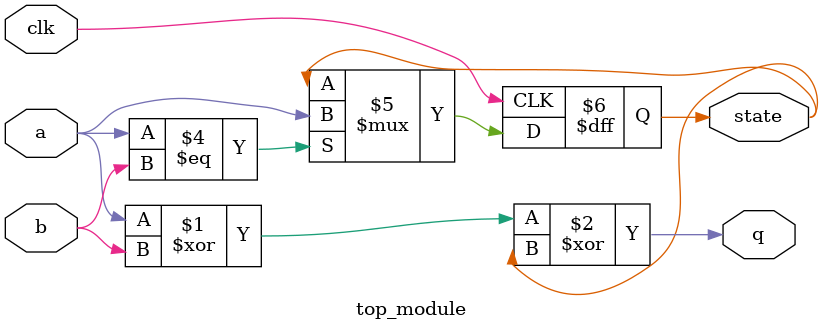
<source format=v>
module top_module (
    input clk,
    input a,
    input b,
    output q,
    output state  );

    assign q = a^b^state;
    always @(posedge clk) begin
        state <= (a==b) ? a:state; //慢一個clk
    end
endmodule
</source>
